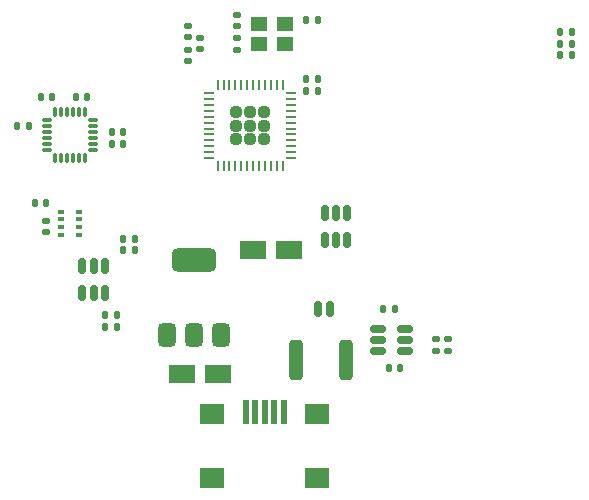
<source format=gbr>
%TF.GenerationSoftware,KiCad,Pcbnew,9.0.1*%
%TF.CreationDate,2025-10-26T21:15:07-04:00*%
%TF.ProjectId,Drone-Flight-Controller,44726f6e-652d-4466-9c69-6768742d436f,rev?*%
%TF.SameCoordinates,Original*%
%TF.FileFunction,Paste,Top*%
%TF.FilePolarity,Positive*%
%FSLAX46Y46*%
G04 Gerber Fmt 4.6, Leading zero omitted, Abs format (unit mm)*
G04 Created by KiCad (PCBNEW 9.0.1) date 2025-10-26 21:15:07*
%MOMM*%
%LPD*%
G01*
G04 APERTURE LIST*
G04 Aperture macros list*
%AMRoundRect*
0 Rectangle with rounded corners*
0 $1 Rounding radius*
0 $2 $3 $4 $5 $6 $7 $8 $9 X,Y pos of 4 corners*
0 Add a 4 corners polygon primitive as box body*
4,1,4,$2,$3,$4,$5,$6,$7,$8,$9,$2,$3,0*
0 Add four circle primitives for the rounded corners*
1,1,$1+$1,$2,$3*
1,1,$1+$1,$4,$5*
1,1,$1+$1,$6,$7*
1,1,$1+$1,$8,$9*
0 Add four rect primitives between the rounded corners*
20,1,$1+$1,$2,$3,$4,$5,0*
20,1,$1+$1,$4,$5,$6,$7,0*
20,1,$1+$1,$6,$7,$8,$9,0*
20,1,$1+$1,$8,$9,$2,$3,0*%
G04 Aperture macros list end*
%ADD10RoundRect,0.147500X0.147500X0.172500X-0.147500X0.172500X-0.147500X-0.172500X0.147500X-0.172500X0*%
%ADD11RoundRect,0.165000X-0.165000X-0.475000X0.165000X-0.475000X0.165000X0.475000X-0.165000X0.475000X0*%
%ADD12RoundRect,0.140000X-0.140000X-0.170000X0.140000X-0.170000X0.140000X0.170000X-0.140000X0.170000X0*%
%ADD13RoundRect,0.140000X0.170000X-0.140000X0.170000X0.140000X-0.170000X0.140000X-0.170000X-0.140000X0*%
%ADD14RoundRect,0.140000X0.140000X0.170000X-0.140000X0.170000X-0.140000X-0.170000X0.140000X-0.170000X0*%
%ADD15RoundRect,0.135000X0.135000X0.185000X-0.135000X0.185000X-0.135000X-0.185000X0.135000X-0.185000X0*%
%ADD16RoundRect,0.135000X-0.135000X-0.185000X0.135000X-0.185000X0.135000X0.185000X-0.135000X0.185000X0*%
%ADD17RoundRect,0.135000X0.185000X-0.135000X0.185000X0.135000X-0.185000X0.135000X-0.185000X-0.135000X0*%
%ADD18RoundRect,0.135000X-0.185000X0.135000X-0.185000X-0.135000X0.185000X-0.135000X0.185000X0.135000X0*%
%ADD19RoundRect,0.235000X-0.235000X0.235000X-0.235000X-0.235000X0.235000X-0.235000X0.235000X0.235000X0*%
%ADD20RoundRect,0.062500X-0.062500X0.337500X-0.062500X-0.337500X0.062500X-0.337500X0.062500X0.337500X0*%
%ADD21RoundRect,0.062500X-0.337500X0.062500X-0.337500X-0.062500X0.337500X-0.062500X0.337500X0.062500X0*%
%ADD22RoundRect,0.250000X0.312500X1.450000X-0.312500X1.450000X-0.312500X-1.450000X0.312500X-1.450000X0*%
%ADD23RoundRect,0.150000X0.150000X-0.512500X0.150000X0.512500X-0.150000X0.512500X-0.150000X-0.512500X0*%
%ADD24RoundRect,0.150000X-0.512500X-0.150000X0.512500X-0.150000X0.512500X0.150000X-0.512500X0.150000X0*%
%ADD25R,2.200000X1.600000*%
%ADD26R,1.400000X1.200000*%
%ADD27RoundRect,0.075000X0.075000X-0.350000X0.075000X0.350000X-0.075000X0.350000X-0.075000X-0.350000X0*%
%ADD28RoundRect,0.075000X0.350000X0.075000X-0.350000X0.075000X-0.350000X-0.075000X0.350000X-0.075000X0*%
%ADD29R,0.500000X2.000000*%
%ADD30R,2.000000X1.700000*%
%ADD31RoundRect,0.147500X0.172500X-0.147500X0.172500X0.147500X-0.172500X0.147500X-0.172500X-0.147500X0*%
%ADD32RoundRect,0.375000X0.375000X-0.625000X0.375000X0.625000X-0.375000X0.625000X-0.375000X-0.625000X0*%
%ADD33RoundRect,0.500000X1.400000X-0.500000X1.400000X0.500000X-1.400000X0.500000X-1.400000X-0.500000X0*%
%ADD34R,0.500000X0.350000*%
G04 APERTURE END LIST*
D10*
%TO.C,D2*%
X67485000Y-34000000D03*
X66515000Y-34000000D03*
%TD*%
%TO.C,D3*%
X67485000Y-33000000D03*
X66515000Y-33000000D03*
%TD*%
%TO.C,D1*%
X67485000Y-35000000D03*
X66515000Y-35000000D03*
%TD*%
D11*
%TO.C,C10*%
X45960000Y-56500000D03*
X47040000Y-56500000D03*
%TD*%
D12*
%TO.C,C23*%
X22020000Y-47500000D03*
X22980000Y-47500000D03*
%TD*%
D13*
%TO.C,C22*%
X23000000Y-49980000D03*
X23000000Y-49020000D03*
%TD*%
D14*
%TO.C,C7*%
X52480000Y-56500000D03*
X51520000Y-56500000D03*
%TD*%
D12*
%TO.C,C2*%
X52020000Y-61500000D03*
X52980000Y-61500000D03*
%TD*%
D15*
%TO.C,R7*%
X30500000Y-51500000D03*
X29480000Y-51500000D03*
%TD*%
%TO.C,R6*%
X30510000Y-50500000D03*
X29490000Y-50500000D03*
%TD*%
D16*
%TO.C,R5*%
X27990000Y-57000000D03*
X29010000Y-57000000D03*
%TD*%
D15*
%TO.C,R4*%
X29010000Y-58000000D03*
X27990000Y-58000000D03*
%TD*%
D17*
%TO.C,R3*%
X57000000Y-60020000D03*
X57000000Y-59000000D03*
%TD*%
D18*
%TO.C,R2*%
X56000000Y-58990000D03*
X56000000Y-60010000D03*
%TD*%
D14*
%TO.C,C21*%
X21500000Y-41000000D03*
X20540000Y-41000000D03*
%TD*%
D12*
%TO.C,C19*%
X25500000Y-38500000D03*
X26460000Y-38500000D03*
%TD*%
D14*
%TO.C,C18*%
X23480000Y-38500000D03*
X22520000Y-38500000D03*
%TD*%
%TO.C,C20*%
X29500000Y-41500000D03*
X28540000Y-41500000D03*
%TD*%
D12*
%TO.C,C17*%
X28520000Y-42500000D03*
X29480000Y-42500000D03*
%TD*%
D19*
%TO.C,U3*%
X41420000Y-39767500D03*
X40250000Y-39767500D03*
X39080000Y-39767500D03*
X41420000Y-40937500D03*
X40250000Y-40937500D03*
X39080000Y-40937500D03*
X41420000Y-42107500D03*
X40250000Y-42107500D03*
X39080000Y-42107500D03*
D20*
X43000000Y-37487500D03*
X42500000Y-37487500D03*
X42000000Y-37487500D03*
X41500000Y-37487500D03*
X41000000Y-37487500D03*
X40500000Y-37487500D03*
X40000000Y-37487500D03*
X39500000Y-37487500D03*
X39000000Y-37487500D03*
X38500000Y-37487500D03*
X38000000Y-37487500D03*
X37500000Y-37487500D03*
D21*
X36800000Y-38187500D03*
X36800000Y-38687500D03*
X36800000Y-39187500D03*
X36800000Y-39687500D03*
X36800000Y-40187500D03*
X36800000Y-40687500D03*
X36800000Y-41187500D03*
X36800000Y-41687500D03*
X36800000Y-42187500D03*
X36800000Y-42687500D03*
X36800000Y-43187500D03*
X36800000Y-43687500D03*
D20*
X37500000Y-44387500D03*
X38000000Y-44387500D03*
X38500000Y-44387500D03*
X39000000Y-44387500D03*
X39500000Y-44387500D03*
X40000000Y-44387500D03*
X40500000Y-44387500D03*
X41000000Y-44387500D03*
X41500000Y-44387500D03*
X42000000Y-44387500D03*
X42500000Y-44387500D03*
X43000000Y-44387500D03*
D21*
X43700000Y-43687500D03*
X43700000Y-43187500D03*
X43700000Y-42687500D03*
X43700000Y-42187500D03*
X43700000Y-41687500D03*
X43700000Y-41187500D03*
X43700000Y-40687500D03*
X43700000Y-40187500D03*
X43700000Y-39687500D03*
X43700000Y-39187500D03*
X43700000Y-38687500D03*
X43700000Y-38187500D03*
%TD*%
D22*
%TO.C,L1*%
X48387500Y-60820000D03*
X44112500Y-60820000D03*
%TD*%
D23*
%TO.C,U4*%
X46550000Y-50637500D03*
X47500000Y-50637500D03*
X48450000Y-50637500D03*
X48450000Y-48362500D03*
X47500000Y-48362500D03*
X46550000Y-48362500D03*
%TD*%
D24*
%TO.C,U1*%
X51112500Y-58120000D03*
X51112500Y-59070000D03*
X51112500Y-60020000D03*
X53387500Y-60020000D03*
X53387500Y-59070000D03*
X53387500Y-58120000D03*
%TD*%
D25*
%TO.C,C6*%
X40500000Y-51500000D03*
X43500000Y-51500000D03*
%TD*%
D26*
%TO.C,Y1*%
X43200000Y-32300000D03*
X41000000Y-32300000D03*
X41000000Y-34000000D03*
X43200000Y-34000000D03*
%TD*%
D27*
%TO.C,U6*%
X23750000Y-43700000D03*
X24250000Y-43700000D03*
X24750000Y-43700000D03*
X25250000Y-43700000D03*
X25750000Y-43700000D03*
X26250000Y-43700000D03*
D28*
X26950000Y-43000000D03*
X26950000Y-42500000D03*
X26950000Y-42000000D03*
X26950000Y-41500000D03*
X26950000Y-41000000D03*
X26950000Y-40500000D03*
D27*
X26250000Y-39800000D03*
X25750000Y-39800000D03*
X25250000Y-39800000D03*
X24750000Y-39800000D03*
X24250000Y-39800000D03*
X23750000Y-39800000D03*
D28*
X23050000Y-40500000D03*
X23050000Y-41000000D03*
X23050000Y-41500000D03*
X23050000Y-42000000D03*
X23050000Y-42500000D03*
X23050000Y-43000000D03*
%TD*%
D23*
%TO.C,U5*%
X26050000Y-55137500D03*
X27000000Y-55137500D03*
X27950000Y-55137500D03*
X27950000Y-52862500D03*
X27000000Y-52862500D03*
X26050000Y-52862500D03*
%TD*%
D29*
%TO.C,J2*%
X39900000Y-65225000D03*
X40700000Y-65225000D03*
X41500000Y-65225000D03*
X42300000Y-65225000D03*
X43100000Y-65225000D03*
D30*
X37050000Y-65325000D03*
X37050000Y-70775000D03*
X45950000Y-65325000D03*
X45950000Y-70775000D03*
%TD*%
D12*
%TO.C,C11*%
X45020000Y-38000000D03*
X45980000Y-38000000D03*
%TD*%
D17*
%TO.C,R1*%
X39100000Y-34550000D03*
X39100000Y-33530000D03*
%TD*%
D31*
%TO.C,L2*%
X35000000Y-35485000D03*
X35000000Y-34515000D03*
%TD*%
D13*
%TO.C,C15*%
X35000000Y-33465000D03*
X35000000Y-32505000D03*
%TD*%
D25*
%TO.C,C4*%
X37500000Y-62000000D03*
X34500000Y-62000000D03*
%TD*%
D32*
%TO.C,U2*%
X33200000Y-58650000D03*
X35500000Y-58650000D03*
D33*
X35500000Y-52350000D03*
D32*
X37800000Y-58650000D03*
%TD*%
D13*
%TO.C,C3*%
X39100000Y-32500000D03*
X39100000Y-31540000D03*
%TD*%
%TO.C,C16*%
X36000000Y-34480000D03*
X36000000Y-33520000D03*
%TD*%
D34*
%TO.C,U7*%
X25800000Y-48230000D03*
X25800000Y-48880000D03*
X25800000Y-49530000D03*
X25800000Y-50180000D03*
X24200000Y-50180000D03*
X24200000Y-49530000D03*
X24200000Y-48880000D03*
X24200000Y-48230000D03*
%TD*%
D12*
%TO.C,C1*%
X45000000Y-32000000D03*
X45960000Y-32000000D03*
%TD*%
%TO.C,C9*%
X45020000Y-37000000D03*
X45980000Y-37000000D03*
%TD*%
M02*

</source>
